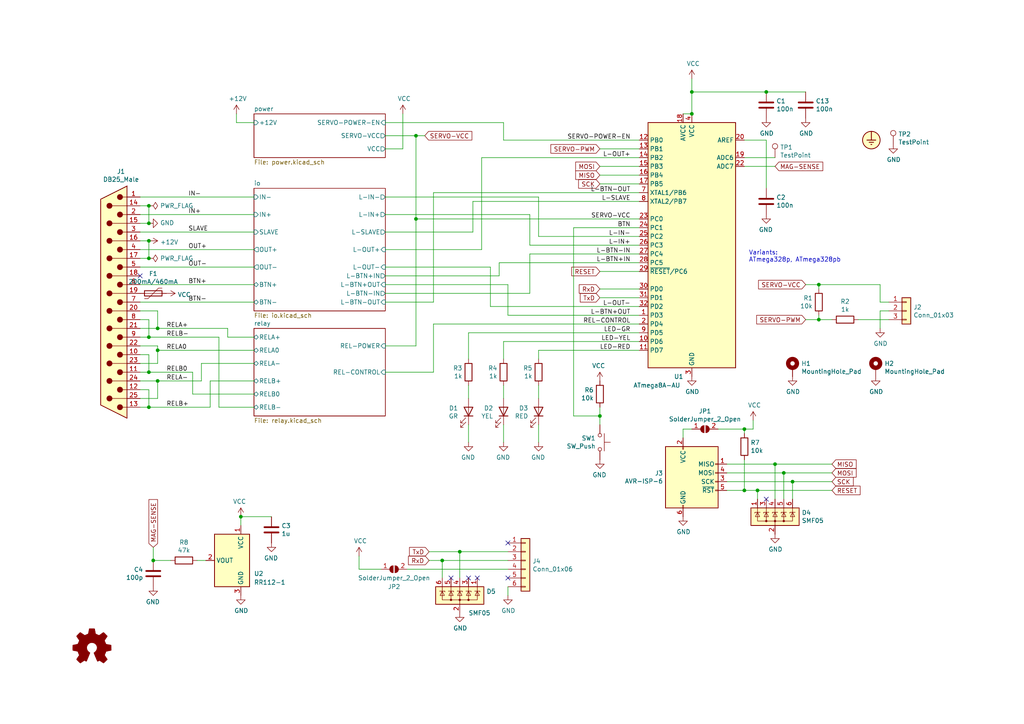
<source format=kicad_sch>
(kicad_sch (version 20211123) (generator eeschema)
  (paper "A4")
  (title_block (title "hWexla - turnout controller") (date "2021-12-02") (rev "1.0") (company "Model Railroader Club Brno I – KMŽ Brno I – https://kmz-brno.cz/") (comment 1 "Jan Horáček") (comment 2 "https://github.com/kmzbrnoI/hwexla") (comment 3 "https://creativecommons.org/licenses/by-sa/4.0/") (comment 4 "Released under the Creative Commons Attribution-ShareAlike 4.0 License"))
  (lib_symbols
    (symbol "Connector:AVR-ISP-6" (pin_names (offset 1.016))
      (property "Reference" "J" (at -6.35 11.43 0))
      (property "Value" "AVR-ISP-6" (at 0 11.43 0))
      (symbol "AVR-ISP-6_1_1"
        (pin passive line (at 10.16 5.08 180) (length 2.54) (name "MISO") (number "1"))
        (pin passive line (at -2.54 12.7 270) (length 2.54) (name "VCC") (number "2"))
        (pin passive line (at 10.16 0 180) (length 2.54) (name "SCK") (number "3"))
        (pin passive line (at 10.16 2.54 180) (length 2.54) (name "MOSI") (number "4"))
        (pin passive line (at 10.16 -2.54 180) (length 2.54) (name "~{RST}") (number "5"))
        (pin passive line (at -2.54 -10.16 90) (length 2.54) (name "GND") (number "6"))
      )
    )
    (symbol "Connector:DB25_Male" (pin_names (offset 1.016) hide)
      (property "Reference" "J" (at 0 34.29 0))
      (property "Value" "DB25_Male" (at 0 -34.925 0))
      (symbol "DB25_Male_1_1"
        (pin passive line (at -7.62 -30.48 0) (length 3.81) (name "1") (number "1"))
        (pin passive line (at -7.62 15.24 0) (length 3.81) (name "10") (number "10"))
        (pin passive line (at -7.62 20.32 0) (length 3.81) (name "11") (number "11"))
        (pin passive line (at -7.62 25.4 0) (length 3.81) (name "12") (number "12"))
        (pin passive line (at -7.62 30.48 0) (length 3.81) (name "13") (number "13"))
        (pin passive line (at -7.62 -27.94 0) (length 3.81) (name "P14") (number "14"))
        (pin passive line (at -7.62 -22.86 0) (length 3.81) (name "P15") (number "15"))
        (pin passive line (at -7.62 -17.78 0) (length 3.81) (name "P16") (number "16"))
        (pin passive line (at -7.62 -12.7 0) (length 3.81) (name "P17") (number "17"))
        (pin passive line (at -7.62 -7.62 0) (length 3.81) (name "P18") (number "18"))
        (pin passive line (at -7.62 -2.54 0) (length 3.81) (name "P19") (number "19"))
        (pin passive line (at -7.62 -25.4 0) (length 3.81) (name "2") (number "2"))
        (pin passive line (at -7.62 2.54 0) (length 3.81) (name "P20") (number "20"))
        (pin passive line (at -7.62 7.62 0) (length 3.81) (name "P21") (number "21"))
        (pin passive line (at -7.62 12.7 0) (length 3.81) (name "P22") (number "22"))
        (pin passive line (at -7.62 17.78 0) (length 3.81) (name "P23") (number "23"))
        (pin passive line (at -7.62 22.86 0) (length 3.81) (name "P24") (number "24"))
        (pin passive line (at -7.62 27.94 0) (length 3.81) (name "P25") (number "25"))
        (pin passive line (at -7.62 -20.32 0) (length 3.81) (name "3") (number "3"))
        (pin passive line (at -7.62 -15.24 0) (length 3.81) (name "4") (number "4"))
        (pin passive line (at -7.62 -10.16 0) (length 3.81) (name "5") (number "5"))
        (pin passive line (at -7.62 -5.08 0) (length 3.81) (name "6") (number "6"))
        (pin passive line (at -7.62 0 0) (length 3.81) (name "7") (number "7"))
        (pin passive line (at -7.62 5.08 0) (length 3.81) (name "8") (number "8"))
        (pin passive line (at -7.62 10.16 0) (length 3.81) (name "9") (number "9"))
      )
    )
    (symbol "Connector:TestPoint" (pin_numbers hide) (pin_names (offset 0.762) hide)
      (property "Reference" "TP" (at 0 6.858 0))
      (property "Value" "TestPoint" (at 0 5.08 0))
      (symbol "TestPoint_1_1"
        (pin passive line (at 0 0 90) (length 2.54) (name "1") (number "1"))
      )
    )
    (symbol "Connector_Generic:Conn_01x03" (pin_names (offset 1.016) hide)
      (property "Reference" "J" (at 0 5.08 0))
      (property "Value" "Conn_01x03" (at 0 -5.08 0))
      (symbol "Conn_01x03_1_1"
        (pin passive line (at -5.08 2.54 0) (length 3.81) (name "Pin_1") (number "1"))
        (pin passive line (at -5.08 0 0) (length 3.81) (name "Pin_2") (number "2"))
        (pin passive line (at -5.08 -2.54 0) (length 3.81) (name "Pin_3") (number "3"))
      )
    )
    (symbol "Connector_Generic:Conn_01x06" (pin_names (offset 1.016) hide)
      (property "Reference" "J" (at 0 7.62 0))
      (property "Value" "Conn_01x06" (at 0 -10.16 0))
      (symbol "Conn_01x06_1_1"
        (pin passive line (at -5.08 5.08 0) (length 3.81) (name "Pin_1") (number "1"))
        (pin passive line (at -5.08 2.54 0) (length 3.81) (name "Pin_2") (number "2"))
        (pin passive line (at -5.08 0 0) (length 3.81) (name "Pin_3") (number "3"))
        (pin passive line (at -5.08 -2.54 0) (length 3.81) (name "Pin_4") (number "4"))
        (pin passive line (at -5.08 -5.08 0) (length 3.81) (name "Pin_5") (number "5"))
        (pin passive line (at -5.08 -7.62 0) (length 3.81) (name "Pin_6") (number "6"))
      )
    )
    (symbol "Device:C" (pin_numbers hide) (pin_names (offset 0.254))
      (property "Reference" "C" (at 0.635 2.54 0))
      (property "Value" "C" (at 0.635 -2.54 0))
      (symbol "C_1_1"
        (pin passive line (at 0 3.81 270) (length 2.794) (name "~") (number "1"))
        (pin passive line (at 0 -3.81 90) (length 2.794) (name "~") (number "2"))
      )
    )
    (symbol "Device:LED" (pin_numbers hide) (pin_names (offset 1.016) hide)
      (property "Reference" "D" (at 0 2.54 0))
      (property "Value" "LED" (at 0 -2.54 0))
      (symbol "LED_1_1"
        (pin passive line (at -3.81 0 0) (length 2.54) (name "K") (number "1"))
        (pin passive line (at 3.81 0 180) (length 2.54) (name "A") (number "2"))
      )
    )
    (symbol "Device:Polyfuse" (pin_numbers hide) (pin_names (offset 0))
      (property "Reference" "F" (at -2.54 0 90))
      (property "Value" "Polyfuse" (at 2.54 0 90))
      (symbol "Polyfuse_1_1"
        (pin passive line (at 0 3.81 270) (length 1.27) (name "~") (number "1"))
        (pin passive line (at 0 -3.81 90) (length 1.27) (name "~") (number "2"))
      )
    )
    (symbol "Device:R" (pin_numbers hide) (pin_names (offset 0))
      (property "Reference" "R" (at 2.032 0 90))
      (property "Value" "R" (at 0 0 90))
      (symbol "R_1_1"
        (pin passive line (at 0 3.81 270) (length 1.27) (name "~") (number "1"))
        (pin passive line (at 0 -3.81 90) (length 1.27) (name "~") (number "2"))
      )
    )
    (symbol "Graphic:Logo_Open_Hardware_Small" (pin_names (offset 1.016)))
    (symbol "Graphic:SYM_Earth_Protective_Small" (pin_names (offset 0)))
    (symbol "Jumper:SolderJumper_2_Open" (pin_names (offset 0) hide)
      (property "Reference" "JP" (at 0 2.032 0))
      (property "Value" "SolderJumper_2_Open" (at 0 -2.54 0))
      (symbol "SolderJumper_2_Open_1_1"
        (pin passive line (at -3.81 0 0) (length 2.54) (name "A") (number "1"))
        (pin passive line (at 3.81 0 180) (length 2.54) (name "B") (number "2"))
      )
    )
    (symbol "MCU_Microchip_ATmega:ATmega328P-A"
      (property "Reference" "U" (at -12.7 36.83 0))
      (property "Value" "ATmega328P-A" (at 2.54 -36.83 0))
      (symbol "ATmega328P-A_1_1"
        (pin bidirectional line (at 15.24 -20.32 180) (length 2.54) (name "PD3") (number "1"))
        (pin bidirectional line (at 15.24 -27.94 180) (length 2.54) (name "PD6") (number "10"))
        (pin bidirectional line (at 15.24 -30.48 180) (length 2.54) (name "PD7") (number "11"))
        (pin bidirectional line (at 15.24 30.48 180) (length 2.54) (name "PB0") (number "12"))
        (pin bidirectional line (at 15.24 27.94 180) (length 2.54) (name "PB1") (number "13"))
        (pin bidirectional line (at 15.24 25.4 180) (length 2.54) (name "PB2") (number "14"))
        (pin bidirectional line (at 15.24 22.86 180) (length 2.54) (name "PB3") (number "15"))
        (pin bidirectional line (at 15.24 20.32 180) (length 2.54) (name "PB4") (number "16"))
        (pin bidirectional line (at 15.24 17.78 180) (length 2.54) (name "PB5") (number "17"))
        (pin power_in line (at 2.54 38.1 270) (length 2.54) (name "AVCC") (number "18"))
        (pin input line (at -15.24 25.4 0) (length 2.54) (name "ADC6") (number "19"))
        (pin bidirectional line (at 15.24 -22.86 180) (length 2.54) (name "PD4") (number "2"))
        (pin passive line (at -15.24 30.48 0) (length 2.54) (name "AREF") (number "20"))
        (pin passive line (at 0 -38.1 90) (length 2.54) hide (name "GND") (number "21"))
        (pin input line (at -15.24 22.86 0) (length 2.54) (name "ADC7") (number "22"))
        (pin bidirectional line (at 15.24 7.62 180) (length 2.54) (name "PC0") (number "23"))
        (pin bidirectional line (at 15.24 5.08 180) (length 2.54) (name "PC1") (number "24"))
        (pin bidirectional line (at 15.24 2.54 180) (length 2.54) (name "PC2") (number "25"))
        (pin bidirectional line (at 15.24 0 180) (length 2.54) (name "PC3") (number "26"))
        (pin bidirectional line (at 15.24 -2.54 180) (length 2.54) (name "PC4") (number "27"))
        (pin bidirectional line (at 15.24 -5.08 180) (length 2.54) (name "PC5") (number "28"))
        (pin bidirectional line (at 15.24 -7.62 180) (length 2.54) (name "~{RESET}/PC6") (number "29"))
        (pin power_in line (at 0 -38.1 90) (length 2.54) (name "GND") (number "3"))
        (pin bidirectional line (at 15.24 -12.7 180) (length 2.54) (name "PD0") (number "30"))
        (pin bidirectional line (at 15.24 -15.24 180) (length 2.54) (name "PD1") (number "31"))
        (pin bidirectional line (at 15.24 -17.78 180) (length 2.54) (name "PD2") (number "32"))
        (pin power_in line (at 0 38.1 270) (length 2.54) (name "VCC") (number "4"))
        (pin passive line (at 0 -38.1 90) (length 2.54) hide (name "GND") (number "5"))
        (pin passive line (at 0 38.1 270) (length 2.54) hide (name "VCC") (number "6"))
        (pin bidirectional line (at 15.24 15.24 180) (length 2.54) (name "XTAL1/PB6") (number "7"))
        (pin bidirectional line (at 15.24 12.7 180) (length 2.54) (name "XTAL2/PB7") (number "8"))
        (pin bidirectional line (at 15.24 -25.4 180) (length 2.54) (name "PD5") (number "9"))
      )
    )
    (symbol "Mechanical:MountingHole_Pad" (pin_numbers hide) (pin_names (offset 1.016) hide)
      (property "Reference" "H" (at 0 6.35 0))
      (property "Value" "MountingHole_Pad" (at 0 4.445 0))
      (symbol "MountingHole_Pad_1_1"
        (pin input line (at 0 -2.54 90) (length 2.54) (name "1") (number "1"))
      )
    )
    (symbol "Power_Protection:SP0505BAJT" (pin_names hide)
      (property "Reference" "D" (at 7.62 2.54 0))
      (property "Value" "SP0505BAJT" (at 7.62 0.635 0))
      (symbol "SP0505BAJT_0_0"
        (pin passive line (at 0 -5.08 90) (length 2.54) (name "A") (number "2"))
      )
      (symbol "SP0505BAJT_1_1"
        (pin passive line (at -5.08 5.08 270) (length 2.54) (name "K") (number "1"))
        (pin passive line (at -2.54 5.08 270) (length 2.54) (name "K") (number "3"))
        (pin passive line (at 0 5.08 270) (length 2.54) (name "K") (number "4"))
        (pin passive line (at 2.54 5.08 270) (length 2.54) (name "K") (number "5"))
        (pin passive line (at 5.08 5.08 270) (length 2.54) (name "K") (number "6"))
      )
    )
    (symbol "Sensor_Magnetic:A1101ELHL"
      (property "Reference" "U" (at 0 11.43 0))
      (property "Value" "A1101ELHL" (at 0 8.89 0))
      (symbol "A1101ELHL_1_1"
        (pin power_in line (at -2.54 10.16 270) (length 2.54) (name "VCC") (number "1"))
        (pin open_collector line (at 7.62 0 180) (length 2.54) (name "VOUT") (number "2"))
        (pin power_in line (at -2.54 -10.16 90) (length 2.54) (name "GND") (number "3"))
      )
    )
    (symbol "Switch:SW_Push" (pin_numbers hide) (pin_names (offset 1.016) hide)
      (property "Reference" "SW" (at 1.27 2.54 0))
      (property "Value" "SW_Push" (at 0 -1.524 0))
      (symbol "SW_Push_0_1"
        (pin passive line (at -5.08 0 0) (length 2.54) (name "1") (number "1"))
        (pin passive line (at 5.08 0 180) (length 2.54) (name "2") (number "2"))
      )
    )
    (symbol "power:+12V" (power) (pin_names (offset 0))
      (property "Value" "+12V" (at 0 3.556 0))
      (symbol "+12V_1_1"
        (pin power_in line (at 0 0 90) (length 0) hide (name "+12V") (number "1"))
      )
    )
    (symbol "power:GND" (power) (pin_names (offset 0))
      (property "Value" "GND" (at 0 -3.81 0))
      (symbol "GND_1_1"
        (pin power_in line (at 0 0 270) (length 0) hide (name "GND") (number "1"))
      )
    )
    (symbol "power:PWR_FLAG" (power) (pin_numbers hide) (pin_names (offset 0) hide)
      (property "Value" "PWR_FLAG" (at 0 3.81 0))
      (symbol "PWR_FLAG_0_0"
        (pin power_out line (at 0 0 90) (length 0) (name "pwr") (number "1"))
      )
    )
    (symbol "power:VCC" (power) (pin_names (offset 0))
      (property "Value" "VCC" (at 0 3.81 0))
      (symbol "VCC_1_1"
        (pin power_in line (at 0 0 90) (length 0) hide (name "VCC") (number "1"))
      )
    )
  )
  (junction (at 128.27 162.56))
  (junction (at 215.9 124.46))
  (junction (at 43.18 118.11))
  (junction (at 43.18 74.93))
  (junction (at 219.71 142.24))
  (junction (at 229.87 139.7))
  (junction (at 43.18 64.77))
  (junction (at 43.18 97.79))
  (junction (at 69.85 149.86))
  (junction (at 120.65 39.37))
  (junction (at 43.18 59.69))
  (junction (at 43.18 69.85))
  (junction (at 45.72 110.49))
  (junction (at 224.79 134.62))
  (junction (at 173.99 120.65))
  (junction (at 45.72 95.25))
  (junction (at 200.66 26.67))
  (junction (at 45.72 101.6))
  (junction (at 222.25 26.67))
  (junction (at 43.18 107.95))
  (junction (at 44.45 162.56))
  (junction (at 237.49 92.71))
  (junction (at 120.65 63.5))
  (junction (at 237.49 82.55))
  (junction (at 133.35 160.02))
  (junction (at 200.66 33.02))
  (junction (at 227.33 137.16))
  (junction (at 215.9 142.24))
  (no_connect (at 147.32 167.64))
  (no_connect (at 130.81 167.64))
  (no_connect (at 147.32 157.48))
  (no_connect (at 138.43 167.64))
  (no_connect (at 40.64 80.01))
  (no_connect (at 135.89 167.64))
  (no_connect (at 222.25 144.78))
  (wire (pts (xy 45.72 95.25) (xy 66.04 95.25)))
  (wire (pts (xy 173.99 53.34) (xy 185.42 53.34)))
  (wire (pts (xy 185.42 63.5) (xy 120.65 63.5)))
  (wire (pts (xy 111.76 85.09) (xy 153.67 85.09)))
  (wire (pts (xy 146.05 99.06) (xy 185.42 99.06)))
  (wire (pts (xy 43.18 107.95) (xy 40.64 107.95)))
  (wire (pts (xy 224.79 134.62) (xy 241.3 134.62)))
  (wire (pts (xy 43.18 102.87) (xy 43.18 107.95)))
  (wire (pts (xy 116.84 33.02) (xy 116.84 43.18)))
  (wire (pts (xy 43.18 107.95) (xy 55.88 107.95)))
  (wire (pts (xy 173.99 48.26) (xy 185.42 48.26)))
  (wire (pts (xy 135.89 115.57) (xy 135.89 111.76)))
  (wire (pts (xy 40.64 115.57) (xy 45.72 115.57)))
  (wire (pts (xy 255.27 90.17) (xy 257.81 90.17)))
  (wire (pts (xy 60.96 110.49) (xy 73.66 110.49)))
  (wire (pts (xy 43.18 74.93) (xy 40.64 74.93)))
  (wire (pts (xy 40.64 95.25) (xy 45.72 95.25)))
  (wire (pts (xy 146.05 111.76) (xy 146.05 115.57)))
  (wire (pts (xy 45.72 110.49) (xy 58.42 110.49)))
  (wire (pts (xy 153.67 62.23) (xy 153.67 71.12)))
  (wire (pts (xy 73.66 97.79) (xy 66.04 97.79)))
  (wire (pts (xy 43.18 113.03) (xy 43.18 118.11)))
  (wire (pts (xy 215.9 142.24) (xy 219.71 142.24)))
  (wire (pts (xy 68.58 33.02) (xy 68.58 35.56)))
  (wire (pts (xy 128.27 162.56) (xy 147.32 162.56)))
  (wire (pts (xy 135.89 123.19) (xy 135.89 128.27)))
  (wire (pts (xy 153.67 73.66) (xy 185.42 73.66)))
  (wire (pts (xy 227.33 137.16) (xy 241.3 137.16)))
  (wire (pts (xy 45.72 115.57) (xy 45.72 110.49)))
  (wire (pts (xy 222.25 54.61) (xy 222.25 40.64)))
  (wire (pts (xy 257.81 87.63) (xy 255.27 87.63)))
  (wire (pts (xy 200.66 33.02) (xy 198.12 33.02)))
  (wire (pts (xy 73.66 62.23) (xy 40.64 62.23)))
  (wire (pts (xy 135.89 96.52) (xy 185.42 96.52)))
  (wire (pts (xy 120.65 39.37) (xy 123.19 39.37)))
  (wire (pts (xy 144.78 80.01) (xy 111.76 80.01)))
  (wire (pts (xy 200.66 26.67) (xy 200.66 33.02)))
  (wire (pts (xy 173.99 120.65) (xy 166.37 120.65)))
  (wire (pts (xy 58.42 105.41) (xy 73.66 105.41)))
  (wire (pts (xy 147.32 170.18) (xy 147.32 172.72)))
  (wire (pts (xy 185.42 76.2) (xy 144.78 76.2)))
  (wire (pts (xy 111.76 77.47) (xy 142.24 77.47)))
  (wire (pts (xy 237.49 91.44) (xy 237.49 92.71)))
  (wire (pts (xy 237.49 83.82) (xy 237.49 82.55)))
  (wire (pts (xy 43.18 97.79) (xy 40.64 97.79)))
  (wire (pts (xy 237.49 92.71) (xy 241.3 92.71)))
  (wire (pts (xy 43.18 59.69) (xy 43.18 64.77)))
  (wire (pts (xy 111.76 62.23) (xy 153.67 62.23)))
  (wire (pts (xy 55.88 107.95) (xy 55.88 114.3)))
  (wire (pts (xy 146.05 35.56) (xy 111.76 35.56)))
  (wire (pts (xy 248.92 92.71) (xy 257.81 92.71)))
  (wire (pts (xy 120.65 39.37) (xy 120.65 63.5)))
  (wire (pts (xy 173.99 43.18) (xy 185.42 43.18)))
  (wire (pts (xy 45.72 101.6) (xy 45.72 100.33)))
  (wire (pts (xy 40.64 72.39) (xy 73.66 72.39)))
  (wire (pts (xy 219.71 144.78) (xy 219.71 142.24)))
  (wire (pts (xy 43.18 118.11) (xy 60.96 118.11)))
  (wire (pts (xy 43.18 69.85) (xy 43.18 74.93)))
  (wire (pts (xy 135.89 96.52) (xy 135.89 104.14)))
  (wire (pts (xy 45.72 105.41) (xy 45.72 101.6)))
  (wire (pts (xy 44.45 162.56) (xy 44.45 158.75)))
  (wire (pts (xy 198.12 127) (xy 198.12 124.46)))
  (wire (pts (xy 198.12 124.46) (xy 200.66 124.46)))
  (wire (pts (xy 128.27 167.64) (xy 128.27 162.56)))
  (wire (pts (xy 116.84 43.18) (xy 111.76 43.18)))
  (wire (pts (xy 40.64 105.41) (xy 45.72 105.41)))
  (wire (pts (xy 43.18 118.11) (xy 40.64 118.11)))
  (wire (pts (xy 222.25 26.67) (xy 233.68 26.67)))
  (wire (pts (xy 78.74 149.86) (xy 69.85 149.86)))
  (wire (pts (xy 104.14 161.29) (xy 104.14 165.1)))
  (wire (pts (xy 185.42 91.44) (xy 147.32 91.44)))
  (wire (pts (xy 146.05 40.64) (xy 146.05 35.56)))
  (wire (pts (xy 125.73 93.98) (xy 185.42 93.98)))
  (wire (pts (xy 210.82 142.24) (xy 215.9 142.24)))
  (wire (pts (xy 111.76 87.63) (xy 125.73 87.63)))
  (wire (pts (xy 111.76 57.15) (xy 156.21 57.15)))
  (wire (pts (xy 185.42 58.42) (xy 137.16 58.42)))
  (wire (pts (xy 156.21 115.57) (xy 156.21 111.76)))
  (wire (pts (xy 139.7 45.72) (xy 139.7 72.39)))
  (wire (pts (xy 215.9 48.26) (xy 224.79 48.26)))
  (wire (pts (xy 255.27 95.25) (xy 255.27 90.17)))
  (wire (pts (xy 118.11 165.1) (xy 147.32 165.1)))
  (wire (pts (xy 215.9 124.46) (xy 218.44 124.46)))
  (wire (pts (xy 73.66 67.31) (xy 40.64 67.31)))
  (wire (pts (xy 43.18 92.71) (xy 43.18 97.79)))
  (wire (pts (xy 104.14 165.1) (xy 110.49 165.1)))
  (wire (pts (xy 173.99 78.74) (xy 185.42 78.74)))
  (wire (pts (xy 156.21 128.27) (xy 156.21 123.19)))
  (wire (pts (xy 215.9 40.64) (xy 222.25 40.64)))
  (wire (pts (xy 156.21 68.58) (xy 185.42 68.58)))
  (wire (pts (xy 237.49 82.55) (xy 233.68 82.55)))
  (wire (pts (xy 63.5 97.79) (xy 63.5 118.11)))
  (wire (pts (xy 120.65 63.5) (xy 120.65 100.33)))
  (wire (pts (xy 153.67 85.09) (xy 153.67 73.66)))
  (wire (pts (xy 215.9 125.73) (xy 215.9 124.46)))
  (wire (pts (xy 237.49 82.55) (xy 255.27 82.55)))
  (wire (pts (xy 229.87 139.7) (xy 241.3 139.7)))
  (wire (pts (xy 45.72 100.33) (xy 40.64 100.33)))
  (wire (pts (xy 146.05 99.06) (xy 146.05 104.14)))
  (wire (pts (xy 45.72 90.17) (xy 40.64 90.17)))
  (wire (pts (xy 133.35 167.64) (xy 133.35 160.02)))
  (wire (pts (xy 66.04 97.79) (xy 66.04 95.25)))
  (wire (pts (xy 208.28 124.46) (xy 215.9 124.46)))
  (wire (pts (xy 111.76 100.33) (xy 120.65 100.33)))
  (wire (pts (xy 124.46 162.56) (xy 128.27 162.56)))
  (wire (pts (xy 40.64 92.71) (xy 43.18 92.71)))
  (wire (pts (xy 156.21 101.6) (xy 156.21 104.14)))
  (wire (pts (xy 111.76 39.37) (xy 120.65 39.37)))
  (wire (pts (xy 173.99 120.65) (xy 173.99 123.19)))
  (wire (pts (xy 210.82 139.7) (xy 229.87 139.7)))
  (wire (pts (xy 153.67 71.12) (xy 185.42 71.12)))
  (wire (pts (xy 166.37 120.65) (xy 166.37 66.04)))
  (wire (pts (xy 125.73 55.88) (xy 185.42 55.88)))
  (wire (pts (xy 69.85 149.86) (xy 69.85 152.4)))
  (wire (pts (xy 111.76 82.55) (xy 147.32 82.55)))
  (wire (pts (xy 40.64 82.55) (xy 73.66 82.55)))
  (wire (pts (xy 147.32 82.55) (xy 147.32 91.44)))
  (wire (pts (xy 144.78 76.2) (xy 144.78 80.01)))
  (wire (pts (xy 111.76 67.31) (xy 137.16 67.31)))
  (wire (pts (xy 124.46 160.02) (xy 133.35 160.02)))
  (wire (pts (xy 137.16 58.42) (xy 137.16 67.31)))
  (wire (pts (xy 133.35 160.02) (xy 147.32 160.02)))
  (wire (pts (xy 156.21 101.6) (xy 185.42 101.6)))
  (wire (pts (xy 215.9 45.72) (xy 224.79 45.72)))
  (wire (pts (xy 210.82 137.16) (xy 227.33 137.16)))
  (wire (pts (xy 57.15 162.56) (xy 59.69 162.56)))
  (wire (pts (xy 218.44 124.46) (xy 218.44 121.92)))
  (wire (pts (xy 40.64 69.85) (xy 43.18 69.85)))
  (wire (pts (xy 210.82 134.62) (xy 224.79 134.62)))
  (wire (pts (xy 185.42 40.64) (xy 146.05 40.64)))
  (wire (pts (xy 233.68 92.71) (xy 237.49 92.71)))
  (wire (pts (xy 58.42 110.49) (xy 58.42 105.41)))
  (wire (pts (xy 125.73 87.63) (xy 125.73 55.88)))
  (wire (pts (xy 173.99 86.36) (xy 185.42 86.36)))
  (wire (pts (xy 40.64 113.03) (xy 43.18 113.03)))
  (wire (pts (xy 43.18 97.79) (xy 63.5 97.79)))
  (wire (pts (xy 173.99 83.82) (xy 185.42 83.82)))
  (wire (pts (xy 227.33 144.78) (xy 227.33 137.16)))
  (wire (pts (xy 43.18 64.77) (xy 40.64 64.77)))
  (wire (pts (xy 73.66 57.15) (xy 40.64 57.15)))
  (wire (pts (xy 173.99 118.11) (xy 173.99 120.65)))
  (wire (pts (xy 200.66 26.67) (xy 200.66 22.86)))
  (wire (pts (xy 215.9 133.35) (xy 215.9 142.24)))
  (wire (pts (xy 73.66 101.6) (xy 45.72 101.6)))
  (wire (pts (xy 166.37 66.04) (xy 185.42 66.04)))
  (wire (pts (xy 185.42 88.9) (xy 142.24 88.9)))
  (wire (pts (xy 60.96 118.11) (xy 60.96 110.49)))
  (wire (pts (xy 156.21 57.15) (xy 156.21 68.58)))
  (wire (pts (xy 224.79 144.78) (xy 224.79 134.62)))
  (wire (pts (xy 219.71 142.24) (xy 241.3 142.24)))
  (wire (pts (xy 73.66 87.63) (xy 40.64 87.63)))
  (wire (pts (xy 173.99 50.8) (xy 185.42 50.8)))
  (wire (pts (xy 45.72 95.25) (xy 45.72 90.17)))
  (wire (pts (xy 45.72 110.49) (xy 40.64 110.49)))
  (wire (pts (xy 125.73 93.98) (xy 125.73 107.95)))
  (wire (pts (xy 139.7 72.39) (xy 111.76 72.39)))
  (wire (pts (xy 222.25 26.67) (xy 200.66 26.67)))
  (wire (pts (xy 44.45 162.56) (xy 49.53 162.56)))
  (wire (pts (xy 40.64 59.69) (xy 43.18 59.69)))
  (wire (pts (xy 146.05 128.27) (xy 146.05 123.19)))
  (wire (pts (xy 229.87 144.78) (xy 229.87 139.7)))
  (wire (pts (xy 142.24 88.9) (xy 142.24 77.47)))
  (wire (pts (xy 125.73 107.95) (xy 111.76 107.95)))
  (wire (pts (xy 139.7 45.72) (xy 185.42 45.72)))
  (wire (pts (xy 255.27 82.55) (xy 255.27 87.63)))
  (wire (pts (xy 40.64 102.87) (xy 43.18 102.87)))
  (wire (pts (xy 63.5 118.11) (xy 73.66 118.11)))
  (wire (pts (xy 73.66 77.47) (xy 40.64 77.47)))
  (wire (pts (xy 55.88 114.3) (xy 73.66 114.3)))
  (wire (pts (xy 68.58 35.56) (xy 73.66 35.56)))
  (text "Variants:\nATmega328p, ATmega328pb" (at 217.17 76.2 0) (effects (font (size 1.27 1.27)) (justify left bottom)))
  (label "L-BTN+OUT" (at 182.88 91.44 180))
  (label "IN-" (at 54.61 57.15 0))
  (label "L-BTN-OUT" (at 182.88 55.88 180))
  (label "L-OUT-" (at 182.88 88.9 180))
  (label "RELA+" (at 48.26 95.25 0))
  (label "RELB0" (at 48.26 107.95 0))
  (label "OUT-" (at 54.61 77.47 0))
  (label "SERVO-VCC" (at 182.88 63.5 180))
  (label "L-SLAVE" (at 182.88 58.42 180))
  (label "BTN-" (at 54.61 87.63 0))
  (label "RELB+" (at 48.26 118.11 0))
  (label "BTN" (at 182.88 66.04 180))
  (label "RELA0" (at 48.26 101.6 0))
  (label "LED-GR" (at 182.88 96.52 180))
  (label "L-IN-" (at 182.88 68.58 180))
  (label "L-BTN-IN" (at 182.88 73.66 180))
  (label "REL-CONTROL" (at 182.88 93.98 180))
  (label "LED-RED" (at 182.88 101.6 180))
  (label "IN+" (at 54.61 62.23 0))
  (label "SLAVE" (at 54.61 67.31 0))
  (label "L-BTN+IN" (at 182.88 76.2 180))
  (label "BTN+" (at 54.61 82.55 0))
  (label "RELB-" (at 48.26 97.79 0))
  (label "OUT+" (at 54.61 72.39 0))
  (label "L-OUT+" (at 182.88 45.72 180))
  (label "LED-YEL" (at 182.88 99.06 180))
  (label "RELA-" (at 48.26 110.49 0))
  (label "L-IN+" (at 182.88 71.12 180))
  (label "SERVO-POWER-EN" (at 182.88 40.64 180))
  (global_label "SCK" (shape input) (at 241.3 139.7 0) (property "Intersheet References" "${INTERSHEET_REFS}" (effects hide)))
  (global_label "MOSI" (shape input) (at 173.99 48.26 180) (property "Intersheet References" "${INTERSHEET_REFS}" (effects hide)))
  (global_label "MAG-SENSE" (shape input) (at 44.45 158.75 90) (property "Intersheet References" "${INTERSHEET_REFS}" (effects hide)))
  (global_label "MOSI" (shape input) (at 241.3 137.16 0) (property "Intersheet References" "${INTERSHEET_REFS}" (effects hide)))
  (global_label "MISO" (shape input) (at 173.99 50.8 180) (property "Intersheet References" "${INTERSHEET_REFS}" (effects hide)))
  (global_label "MISO" (shape input) (at 241.3 134.62 0) (property "Intersheet References" "${INTERSHEET_REFS}" (effects hide)))
  (global_label "SERVO-PWM" (shape input) (at 173.99 43.18 180) (property "Intersheet References" "${INTERSHEET_REFS}" (effects hide)))
  (global_label "RxD" (shape input) (at 124.46 162.56 180) (property "Intersheet References" "${INTERSHEET_REFS}" (effects hide)))
  (global_label "SCK" (shape input) (at 173.99 53.34 180) (property "Intersheet References" "${INTERSHEET_REFS}" (effects hide)))
  (global_label "RxD" (shape input) (at 173.99 83.82 180) (property "Intersheet References" "${INTERSHEET_REFS}" (effects hide)))
  (global_label "SERVO-VCC" (shape input) (at 233.68 82.55 180) (property "Intersheet References" "${INTERSHEET_REFS}" (effects hide)))
  (global_label "TxD" (shape input) (at 173.99 86.36 180) (property "Intersheet References" "${INTERSHEET_REFS}" (effects hide)))
  (global_label "RESET" (shape input) (at 173.99 78.74 180) (property "Intersheet References" "${INTERSHEET_REFS}" (effects hide)))
  (global_label "SERVO-VCC" (shape input) (at 123.19 39.37 0) (property "Intersheet References" "${INTERSHEET_REFS}" (effects hide)))
  (global_label "MAG-SENSE" (shape input) (at 224.79 48.26 0) (property "Intersheet References" "${INTERSHEET_REFS}" (effects hide)))
  (global_label "TxD" (shape input) (at 124.46 160.02 180) (property "Intersheet References" "${INTERSHEET_REFS}" (effects hide)))
  (global_label "SERVO-PWM" (shape input) (at 233.68 92.71 180) (property "Intersheet References" "${INTERSHEET_REFS}" (effects hide)))
  (global_label "RESET" (shape input) (at 241.3 142.24 0) (property "Intersheet References" "${INTERSHEET_REFS}" (effects hide)))
  (symbol (lib_id "Connector:DB25_Male") (at 33.02 87.63 180) (unit 1)
    (property "Reference" "J1" (at 35.1028 49.7332 0))
    (property "Value" "DB25_Male" (at 35.1028 52.0446 0))
    (property "Footprint" "Connector_Dsub:DSUB-25_Male_EdgeMount_P2.77mm" (effects hide))
    (property "Datasheet" " ~" (effects hide))
  )
  (symbol (lib_id "MCU_Microchip_ATmega:ATmega328P-A") (at 200.66 71.12 0) (mirror y) (unit 1)
    (property "Reference" "U1" (at 196.85 109.22 0))
    (property "Value" "ATmega8A-AU" (at 190.5 111.76 0))
    (property "Footprint" "Package_QFP:TQFP-32_7x7mm_P0.8mm" (effects hide))
    (property "Datasheet" "http://ww1.microchip.com/downloads/en/DeviceDoc/ATmega328_P%20AVR%20MCU%20with%20picoPower%20Technology%20Data%20Sheet%2040001984A.pdf" (effects hide))
    (property "LCSC" "C16190" (effects hide))
    (property "JLCPCB_CORRECTION" "0;0;-90" (effects hide))
  )
  (symbol (lib_id "Device:C") (at 222.25 58.42 180) (unit 1)
    (property "Reference" "C2" (at 225.171 57.2516 0) (effects (justify right)))
    (property "Value" "100n" (at 225.171 59.563 0) (effects (justify right)))
    (property "Footprint" "Capacitor_SMD:C_0805_2012Metric_Pad1.18x1.45mm_HandSolder" (effects hide))
    (property "LCSC" "C49678" (effects hide))
  )
  (symbol (lib_id "power:GND") (at 222.25 62.23 0) (mirror y) (unit 1)
    (property "Reference" "#PWR05" (effects hide))
    (property "Value" "GND" (at 222.123 66.6242 0))
  )
  (symbol (lib_id "Mechanical:MountingHole_Pad") (at 254 106.68 0) (unit 1)
    (property "Reference" "H2" (at 256.54 105.4354 0) (effects (justify left)))
    (property "Value" "MountingHole_Pad" (at 256.54 107.7468 0) (effects (justify left)))
    (property "Footprint" "MountingHole:MountingHole_2.2mm_M2_Pad" (effects hide))
  )
  (symbol (lib_id "Mechanical:MountingHole_Pad") (at 229.87 106.68 0) (unit 1)
    (property "Reference" "H1" (at 232.41 105.4354 0) (effects (justify left)))
    (property "Value" "MountingHole_Pad" (at 232.41 107.7468 0) (effects (justify left)))
    (property "Footprint" "MountingHole:MountingHole_2.2mm_M2_Pad" (effects hide))
  )
  (symbol (lib_id "power:GND") (at 229.87 109.22 0) (unit 1)
    (property "Reference" "#PWR026" (effects hide))
    (property "Value" "GND" (at 229.997 113.6142 0))
  )
  (symbol (lib_id "power:GND") (at 254 109.22 0) (unit 1)
    (property "Reference" "#PWR046" (effects hide))
    (property "Value" "GND" (at 254.127 113.6142 0))
  )
  (symbol (lib_id "power:VCC") (at 200.66 22.86 0) (unit 1)
    (property "Reference" "#PWR01" (effects hide))
    (property "Value" "VCC" (at 201.041 18.4658 0))
  )
  (symbol (lib_id "power:GND") (at 200.66 109.22 0) (unit 1)
    (property "Reference" "#PWR010" (effects hide))
    (property "Value" "GND" (at 200.787 113.6142 0))
  )
  (symbol (lib_id "Device:C") (at 222.25 30.48 180) (unit 1)
    (property "Reference" "C1" (at 225.171 29.3116 0) (effects (justify right)))
    (property "Value" "100n" (at 225.171 31.623 0) (effects (justify right)))
    (property "Footprint" "Capacitor_SMD:C_0805_2012Metric_Pad1.18x1.45mm_HandSolder" (effects hide))
    (property "LCSC" "C49678" (effects hide))
  )
  (symbol (lib_id "power:GND") (at 222.25 34.29 0) (unit 1)
    (property "Reference" "#PWR04" (effects hide))
    (property "Value" "GND" (at 222.377 38.6842 0))
  )
  (symbol (lib_id "Device:R") (at 215.9 129.54 0) (unit 1)
    (property "Reference" "R7" (at 217.678 128.3716 0) (effects (justify left)))
    (property "Value" "10k" (at 217.678 130.683 0) (effects (justify left)))
    (property "Footprint" "Resistor_SMD:R_0805_2012Metric_Pad1.20x1.40mm_HandSolder" (effects hide))
    (property "LCSC" "C17414" (effects hide))
  )
  (symbol (lib_id "Connector:TestPoint") (at 224.79 45.72 0) (unit 1)
    (property "Reference" "TP1" (at 226.2632 42.7228 0) (effects (justify left)))
    (property "Value" "TestPoint" (at 226.2632 45.0342 0) (effects (justify left)))
    (property "Footprint" "TestPoint:TestPoint_Pad_D1.5mm" (effects hide))
  )
  (symbol (lib_id "Connector:TestPoint") (at 259.08 41.91 0) (unit 1)
    (property "Reference" "TP2" (at 260.5532 38.9128 0) (effects (justify left)))
    (property "Value" "TestPoint" (at 260.5532 41.2242 0) (effects (justify left)))
    (property "Footprint" "TestPoint:TestPoint_Loop_D3.50mm_Drill1.4mm_Beaded" (effects hide))
  )
  (symbol (lib_id "power:GND") (at 259.08 41.91 0) (unit 1)
    (property "Reference" "#PWR048" (effects hide))
    (property "Value" "GND" (at 259.207 46.3042 0))
  )
  (symbol (lib_id "Graphic:Logo_Open_Hardware_Small") (at 26.67 187.96 0) (unit 1)
    (property "Reference" "#LOGO1" (effects hide))
    (property "Value" "Logo_Open_Hardware_Small" (effects hide))
  )
  (symbol (lib_id "Graphic:SYM_Earth_Protective_Small") (at 252.73 40.64 0) (unit 1)
    (property "Reference" "#SYM1" (effects hide))
    (property "Value" "SYM_Earth_Protective_Small" (effects hide))
  )
  (symbol (lib_id "power:GND") (at 43.18 64.77 90) (unit 1)
    (property "Reference" "#PWR06" (effects hide))
    (property "Value" "GND" (at 46.4312 64.643 90) (effects (justify right)))
  )
  (symbol (lib_id "power:+12V") (at 43.18 69.85 270) (unit 1)
    (property "Reference" "#PWR07" (effects hide))
    (property "Value" "+12V" (at 46.4312 70.231 90) (effects (justify left)))
  )
  (symbol (lib_id "power:VCC") (at 48.26 85.09 270) (unit 1)
    (property "Reference" "#PWR08" (effects hide))
    (property "Value" "VCC" (at 51.5112 85.471 90) (effects (justify left)))
  )
  (symbol (lib_id "Device:Polyfuse") (at 44.45 85.09 270) (unit 1)
    (property "Reference" "F1" (at 44.45 79.375 90))
    (property "Value" "200mA/460mA" (at 44.45 81.6864 90))
    (property "Footprint" "Fuse:Fuse_1206_3216Metric_Pad1.42x1.75mm_HandSolder" (effects hide))
    (property "LCSC" "C69680" (effects hide))
  )
  (symbol (lib_id "Connector:AVR-ISP-6") (at 200.66 139.7 0) (unit 1)
    (property "Reference" "J3" (at 192.3034 137.2616 0) (effects (justify right)))
    (property "Value" "AVR-ISP-6" (at 192.3034 139.573 0) (effects (justify right)))
    (property "Footprint" "Connector_PinSocket_2.54mm:PinSocket_2x03_P2.54mm_Vertical" (effects hide))
    (property "Datasheet" " ~" (effects hide))
  )
  (symbol (lib_id "power:+12V") (at 68.58 33.02 0) (unit 1)
    (property "Reference" "#PWR02" (effects hide))
    (property "Value" "+12V" (at 68.961 28.6258 0))
  )
  (symbol (lib_id "power:VCC") (at 116.84 33.02 0) (unit 1)
    (property "Reference" "#PWR03" (effects hide))
    (property "Value" "VCC" (at 117.221 28.6258 0))
  )
  (symbol (lib_id "power:GND") (at 198.12 149.86 0) (unit 1)
    (property "Reference" "#PWR018" (effects hide))
    (property "Value" "GND" (at 198.247 154.2542 0))
  )
  (symbol (lib_id "Switch:SW_Push") (at 173.99 128.27 270) (mirror x) (unit 1)
    (property "Reference" "SW1" (at 172.7708 127.1016 90) (effects (justify right)))
    (property "Value" "SW_Push" (at 172.7708 129.413 90) (effects (justify right)))
    (property "Footprint" "Button_Switch_SMD:SW_Push_1P1T_NO_6x6mm_H9.5mm" (effects hide))
  )
  (symbol (lib_id "Device:R") (at 173.99 114.3 0) (mirror y) (unit 1)
    (property "Reference" "R6" (at 172.212 113.1316 0) (effects (justify left)))
    (property "Value" "10k" (at 172.212 115.443 0) (effects (justify left)))
    (property "Footprint" "Resistor_SMD:R_0805_2012Metric_Pad1.20x1.40mm_HandSolder" (effects hide))
    (property "LCSC" "C17414" (effects hide))
  )
  (symbol (lib_id "power:GND") (at 173.99 133.35 0) (mirror y) (unit 1)
    (property "Reference" "#PWR016" (effects hide))
    (property "Value" "GND" (at 173.863 137.7442 0))
  )
  (symbol (lib_id "power:VCC") (at 173.99 110.49 0) (mirror y) (unit 1)
    (property "Reference" "#PWR011" (effects hide))
    (property "Value" "VCC" (at 173.609 106.0958 0))
  )
  (symbol (lib_id "Connector_Generic:Conn_01x03") (at 262.89 90.17 0) (unit 1)
    (property "Reference" "J2" (at 264.922 89.1032 0) (effects (justify left)))
    (property "Value" "Conn_01x03" (at 264.922 91.4146 0) (effects (justify left)))
    (property "Footprint" "Connector_PinHeader_2.54mm:PinHeader_1x03_P2.54mm_Vertical" (effects hide))
  )
  (symbol (lib_id "Device:R") (at 237.49 87.63 0) (mirror x) (unit 1)
    (property "Reference" "R1" (at 235.712 86.4616 0) (effects (justify right)))
    (property "Value" "10k" (at 235.712 88.773 0) (effects (justify right)))
    (property "Footprint" "Resistor_SMD:R_0805_2012Metric_Pad1.20x1.40mm_HandSolder" (effects hide))
    (property "LCSC" "C17414" (effects hide))
  )
  (symbol (lib_id "power:GND") (at 224.79 154.94 0) (unit 1)
    (property "Reference" "#PWR019" (effects hide))
    (property "Value" "GND" (at 224.917 159.3342 0))
  )
  (symbol (lib_id "power:GND") (at 255.27 95.25 0) (unit 1)
    (property "Reference" "#PWR09" (effects hide))
    (property "Value" "GND" (at 255.397 99.6442 0))
  )
  (symbol (lib_id "Device:LED") (at 156.21 119.38 270) (mirror x) (unit 1)
    (property "Reference" "D3" (at 153.2128 118.3894 90) (effects (justify right)))
    (property "Value" "RED" (at 153.2128 120.7008 90) (effects (justify right)))
    (property "Footprint" "LED_SMD:LED_0805_2012Metric_Pad1.15x1.40mm_HandSolder" (effects hide))
    (property "LCSC" "C84256" (effects hide))
  )
  (symbol (lib_id "Device:LED") (at 146.05 119.38 270) (mirror x) (unit 1)
    (property "Reference" "D2" (at 143.0528 118.3894 90) (effects (justify right)))
    (property "Value" "YEL" (at 143.0528 120.7008 90) (effects (justify right)))
    (property "Footprint" "LED_SMD:LED_0805_2012Metric_Pad1.15x1.40mm_HandSolder" (effects hide))
    (property "LCSC" "C2296" (effects hide))
  )
  (symbol (lib_id "Device:LED") (at 135.89 119.38 270) (mirror x) (unit 1)
    (property "Reference" "D1" (at 132.8928 118.3894 90) (effects (justify right)))
    (property "Value" "GR" (at 132.8928 120.7008 90) (effects (justify right)))
    (property "Footprint" "LED_SMD:LED_0805_2012Metric_Pad1.15x1.40mm_HandSolder" (effects hide))
    (property "LCSC" "C2297" (effects hide))
  )
  (symbol (lib_id "Device:R") (at 156.21 107.95 0) (mirror y) (unit 1)
    (property "Reference" "R5" (at 154.432 106.7816 0) (effects (justify left)))
    (property "Value" "1k" (at 154.432 109.093 0) (effects (justify left)))
    (property "Footprint" "Resistor_SMD:R_0805_2012Metric_Pad1.20x1.40mm_HandSolder" (effects hide))
    (property "LCSC" "C17513" (effects hide))
  )
  (symbol (lib_id "Device:R") (at 146.05 107.95 0) (mirror y) (unit 1)
    (property "Reference" "R4" (at 144.272 106.7816 0) (effects (justify left)))
    (property "Value" "1k" (at 144.272 109.093 0) (effects (justify left)))
    (property "Footprint" "Resistor_SMD:R_0805_2012Metric_Pad1.20x1.40mm_HandSolder" (effects hide))
    (property "LCSC" "C17513" (effects hide))
  )
  (symbol (lib_id "Device:R") (at 135.89 107.95 0) (mirror y) (unit 1)
    (property "Reference" "R3" (at 134.112 106.7816 0) (effects (justify left)))
    (property "Value" "1k" (at 134.112 109.093 0) (effects (justify left)))
    (property "Footprint" "Resistor_SMD:R_0805_2012Metric_Pad1.20x1.40mm_HandSolder" (effects hide))
    (property "LCSC" "C17513" (effects hide))
  )
  (symbol (lib_id "power:GND") (at 156.21 128.27 0) (mirror y) (unit 1)
    (property "Reference" "#PWR015" (effects hide))
    (property "Value" "GND" (at 156.083 132.6642 0))
  )
  (symbol (lib_id "power:GND") (at 146.05 128.27 0) (mirror y) (unit 1)
    (property "Reference" "#PWR014" (effects hide))
    (property "Value" "GND" (at 145.923 132.6642 0))
  )
  (symbol (lib_id "power:GND") (at 135.89 128.27 0) (mirror y) (unit 1)
    (property "Reference" "#PWR013" (effects hide))
    (property "Value" "GND" (at 135.763 132.6642 0))
  )
  (symbol (lib_id "Connector_Generic:Conn_01x06") (at 152.4 162.56 0) (unit 1)
    (property "Reference" "J4" (at 154.432 162.7632 0) (effects (justify left)))
    (property "Value" "Conn_01x06" (at 154.432 165.0746 0) (effects (justify left)))
    (property "Footprint" "Connector_PinSocket_2.54mm:PinSocket_1x06_P2.54mm_Vertical" (effects hide))
  )
  (symbol (lib_id "Jumper:SolderJumper_2_Open") (at 114.3 165.1 0) (unit 1)
    (property "Reference" "JP2" (at 114.3 170.18 0))
    (property "Value" "SolderJumper_2_Open" (at 114.3 167.64 0))
    (property "Footprint" "Jumper:SolderJumper-2_P1.3mm_Open_RoundedPad1.0x1.5mm" (effects hide))
  )
  (symbol (lib_id "power:VCC") (at 104.14 161.29 0) (unit 1)
    (property "Reference" "#PWR021" (effects hide))
    (property "Value" "VCC" (at 104.521 156.8958 0))
  )
  (symbol (lib_id "power:GND") (at 147.32 172.72 0) (unit 1)
    (property "Reference" "#PWR024" (effects hide))
    (property "Value" "GND" (at 147.447 177.1142 0))
  )
  (symbol (lib_id "Jumper:SolderJumper_2_Open") (at 204.47 124.46 0) (unit 1)
    (property "Reference" "JP1" (at 204.47 119.253 0))
    (property "Value" "SolderJumper_2_Open" (at 204.47 121.5644 0))
    (property "Footprint" "Jumper:SolderJumper-2_P1.3mm_Open_RoundedPad1.0x1.5mm" (effects hide))
  )
  (symbol (lib_id "power:VCC") (at 218.44 121.92 0) (unit 1)
    (property "Reference" "#PWR012" (effects hide))
    (property "Value" "VCC" (at 218.821 117.5258 0))
  )
  (symbol (lib_id "Sensor_Magnetic:A1101ELHL") (at 67.31 162.56 0) (mirror y) (unit 1)
    (property "Reference" "U2" (at 73.66 166.37 0) (effects (justify right)))
    (property "Value" "RR112-1" (at 73.66 168.91 0) (effects (justify right)))
    (property "Footprint" "Package_TO_SOT_SMD:SOT-23W" (effects hide))
    (property "Datasheet" "https://www.allegromicro.com/-/media/files/datasheets/a110x-datasheet.ashx" (effects hide))
  )
  (symbol (lib_id "power:VCC") (at 69.85 149.86 0) (mirror y) (unit 1)
    (property "Reference" "#PWR017" (effects hide))
    (property "Value" "VCC" (at 69.469 145.4658 0))
  )
  (symbol (lib_id "Device:C") (at 78.74 153.67 180) (unit 1)
    (property "Reference" "C3" (at 81.6356 152.5016 0) (effects (justify right)))
    (property "Value" "1u" (at 81.6356 154.813 0) (effects (justify right)))
    (property "Footprint" "Capacitor_SMD:C_0805_2012Metric_Pad1.18x1.45mm_HandSolder" (effects hide))
    (property "LCSC" "C28323" (effects hide))
  )
  (symbol (lib_id "power:GND") (at 78.74 157.48 0) (mirror y) (unit 1)
    (property "Reference" "#PWR020" (effects hide))
    (property "Value" "GND" (at 78.613 161.8742 0))
  )
  (symbol (lib_id "Device:R") (at 53.34 162.56 90) (mirror x) (unit 1)
    (property "Reference" "R8" (at 53.34 157.3022 90))
    (property "Value" "47k" (at 53.34 159.6136 90))
    (property "Footprint" "Resistor_SMD:R_0805_2012Metric_Pad1.20x1.40mm_HandSolder" (effects hide))
    (property "LCSC" "C17713" (effects hide))
  )
  (symbol (lib_id "Device:C") (at 44.45 166.37 0) (mirror y) (unit 1)
    (property "Reference" "C4" (at 41.529 165.2016 0) (effects (justify left)))
    (property "Value" "100p" (at 41.529 167.513 0) (effects (justify left)))
    (property "Footprint" "Capacitor_SMD:C_0805_2012Metric_Pad1.18x1.45mm_HandSolder" (effects hide))
    (property "LCSC" "C1790" (effects hide))
  )
  (symbol (lib_id "power:GND") (at 44.45 170.18 0) (mirror y) (unit 1)
    (property "Reference" "#PWR022" (effects hide))
    (property "Value" "GND" (at 44.323 174.5742 0))
  )
  (symbol (lib_id "power:GND") (at 69.85 172.72 0) (unit 1)
    (property "Reference" "#PWR023" (effects hide))
    (property "Value" "GND" (at 69.977 177.1142 0))
  )
  (symbol (lib_id "Device:R") (at 245.11 92.71 270) (unit 1)
    (property "Reference" "R2" (at 245.11 87.4522 90))
    (property "Value" "1k" (at 245.11 89.7636 90))
    (property "Footprint" "Resistor_SMD:R_0805_2012Metric_Pad1.20x1.40mm_HandSolder" (effects hide))
    (property "LCSC" "C17513" (effects hide))
  )
  (symbol (lib_id "Device:C") (at 233.68 30.48 180) (unit 1)
    (property "Reference" "C13" (at 236.601 29.3116 0) (effects (justify right)))
    (property "Value" "100n" (at 236.601 31.623 0) (effects (justify right)))
    (property "Footprint" "Capacitor_SMD:C_0805_2012Metric_Pad1.18x1.45mm_HandSolder" (effects hide))
    (property "LCSC" "C49678" (effects hide))
  )
  (symbol (lib_id "power:GND") (at 233.68 34.29 0) (unit 1)
    (property "Reference" "#PWR047" (effects hide))
    (property "Value" "GND" (at 233.807 38.6842 0))
  )
  (symbol (lib_id "power:GND") (at 133.35 177.8 0) (unit 1)
    (property "Reference" "#PWR025" (effects hide))
    (property "Value" "GND" (at 133.477 182.1942 0))
  )
  (symbol (lib_id "power:PWR_FLAG") (at 43.18 74.93 270) (unit 1)
    (property "Reference" "#FLG02" (effects hide))
    (property "Value" "PWR_FLAG" (at 46.4312 74.93 90) (effects (justify left)))
  )
  (symbol (lib_id "power:PWR_FLAG") (at 43.18 59.69 270) (unit 1)
    (property "Reference" "#FLG01" (effects hide))
    (property "Value" "PWR_FLAG" (at 46.4312 59.69 90) (effects (justify left)))
  )
  (symbol (lib_id "Power_Protection:SP0505BAJT") (at 224.79 149.86 0) (unit 1)
    (property "Reference" "D4" (at 232.537 148.6916 0) (effects (justify left)))
    (property "Value" "SMF05" (at 232.537 151.003 0) (effects (justify left)))
    (property "Footprint" "Package_TO_SOT_SMD:SOT-363_SC-70-6" (effects hide))
    (property "Datasheet" "http://www.littelfuse.com/~/media/files/littelfuse/technical%20resources/documents/data%20sheets/sp05xxba.pdf" (effects hide))
    (property "LCSC" "C15879" (effects hide))
  )
  (symbol (lib_id "Power_Protection:SP0505BAJT") (at 133.35 172.72 0) (mirror y) (unit 1)
    (property "Reference" "D5" (at 141.097 171.5516 0) (effects (justify right)))
    (property "Value" "SMF05" (at 135.89 177.8 0) (effects (justify right)))
    (property "Footprint" "Package_TO_SOT_SMD:SOT-363_SC-70-6" (effects hide))
    (property "Datasheet" "http://www.littelfuse.com/~/media/files/littelfuse/technical%20resources/documents/data%20sheets/sp05xxba.pdf" (effects hide))
    (property "LCSC" "C15879" (effects hide))
  )
  (sheet (at 73.66 33.02) (size 38.1 12.7)
    (property "Sheet name" "power" (at 73.66 32.3084 0) (effects (justify left bottom)))
    (property "Sheet file" "power.kicad_sch" (at 73.66 46.3046 0) (effects (justify left top)))
    (pin "SERVO-POWER-EN" input (at 111.76 35.56 0))
    (pin "SERVO-VCC" output (at 111.76 39.37 0))
    (pin "+12V" input (at 73.66 35.56 180))
    (pin "VCC" output (at 111.76 43.18 0))
  )
  (sheet (at 73.66 54.61) (size 38.1 35.56)
    (property "Sheet name" "io" (at 73.66 53.8984 0) (effects (justify left bottom)))
    (property "Sheet file" "io.kicad_sch" (at 73.66 90.7546 0) (effects (justify left top)))
    (pin "BTN+" bidirectional (at 73.66 82.55 180))
    (pin "BTN-" bidirectional (at 73.66 87.63 180))
    (pin "IN+" input (at 73.66 62.23 180))
    (pin "IN-" input (at 73.66 57.15 180))
    (pin "OUT+" output (at 73.66 72.39 180))
    (pin "OUT-" output (at 73.66 77.47 180))
    (pin "L-IN+" output (at 111.76 62.23 0))
    (pin "L-IN-" output (at 111.76 57.15 0))
    (pin "L-BTN+OUT" input (at 111.76 82.55 0))
    (pin "L-BTN+IN" output (at 111.76 80.01 0))
    (pin "L-BTN-OUT" input (at 111.76 87.63 0))
    (pin "L-BTN-IN" output (at 111.76 85.09 0))
    (pin "L-OUT+" input (at 111.76 72.39 0))
    (pin "L-OUT-" input (at 111.76 77.47 0))
    (pin "SLAVE" input (at 73.66 67.31 180))
    (pin "L-SLAVE" output (at 111.76 67.31 0))
  )
  (sheet (at 73.66 95.25) (size 38.1 25.4)
    (property "Sheet name" "relay" (at 73.66 94.5384 0) (effects (justify left bottom)))
    (property "Sheet file" "relay.kicad_sch" (at 73.66 121.2346 0) (effects (justify left top)))
    (pin "RELA+" bidirectional (at 73.66 97.79 180))
    (pin "RELA0" bidirectional (at 73.66 101.6 180))
    (pin "RELA-" bidirectional (at 73.66 105.41 180))
    (pin "RELB+" bidirectional (at 73.66 110.49 180))
    (pin "RELB0" bidirectional (at 73.66 114.3 180))
    (pin "RELB-" bidirectional (at 73.66 118.11 180))
    (pin "REL-CONTROL" input (at 111.76 107.95 0))
    (pin "REL-POWER" input (at 111.76 100.33 0))
  )
)
</source>
